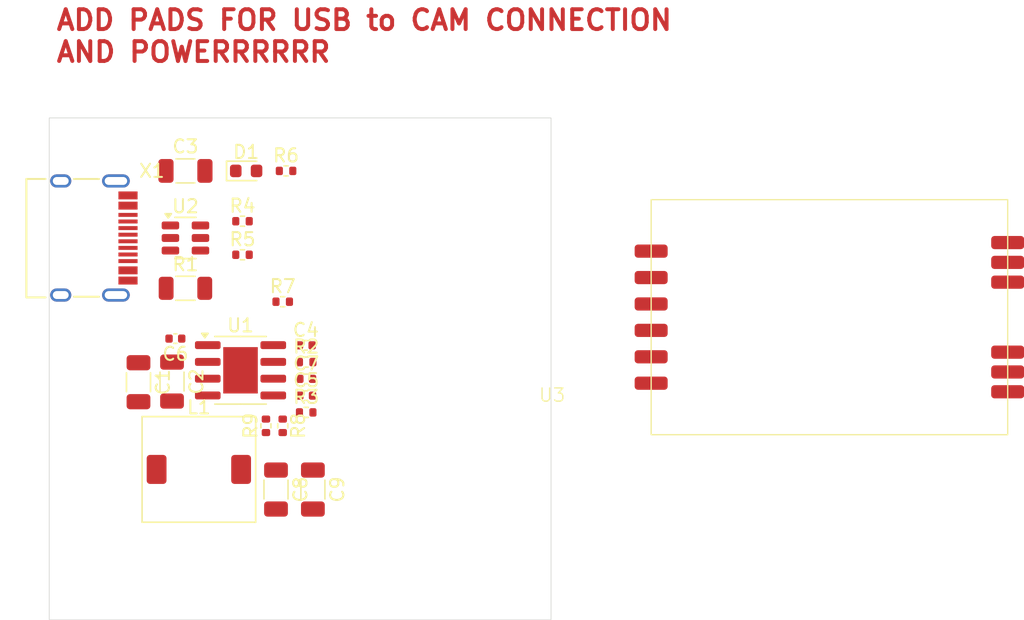
<source format=kicad_pcb>
(kicad_pcb (version 20240108) (generator "pcbnew") (generator_version "8.0")
  (layers (0 "F.Cu" signal) (31 "B.Cu" signal) (34 "B.Paste" user) (35 "F.Paste" user) (36 "B.SilkS" user "B.Silkscreen") (37 "F.SilkS" user "F.Silkscreen") (38 "B.Mask" user) (39 "F.Mask" user) (44 "Edge.Cuts" user))
  (net 0 "")
  (net 1 "GND")
  (net 2 "VBUS")
  (net 3 "Net-(C3-Pad1)")
  (net 4 "Net-(U1-SS)")
  (net 5 "Net-(U1-COMP)")
  (net 6 "Net-(C5-Pad2)")
  (net 7 "Net-(U1-BS)")
  (net 8 "3V3")
  (net 9 "Net-(D1-A)")
  (net 10 "Net-(U1-EN)")
  (net 11 "Net-(R4-Pad1)")
  (net 12 "Net-(U3-DP)")
  (net 13 "Net-(R5-Pad1)")
  (net 14 "Net-(U3-DN)")
  (net 15 "Net-(U3-LED)")
  (net 16 "Net-(U3-PDN)")
  (net 17 "Net-(U1-FB)")
  (net 18 "Net-(X1-DN1)")
  (net 19 "Net-(X1-DP1)")
  (net 27 "Net-(U1-SW)")
  (footprint "Capacitor_SMD:C_0402_1005Metric" (layer "F.Cu") (at 60.198 43.18 180)
    (property "Reference" "C6" (at 0 -1.16 360) (layer "F.SilkS"))
    (property "Value" "10n")
    (fp_line (start -0.107836 0.36) (end 0.107836 0.36) (stroke (width 0.12)) (layer "F.SilkS"))
    (fp_line (start -0.107836 -0.36) (end 0.107836 -0.36) (stroke (width 0.12)) (layer "F.SilkS"))
    (pad "1" smd roundrect (at -0.48 0 180) (size 0.56 0.62) (layers "F.Cu" "F.Paste" "F.Mask") (net 7 "Net-(U1-BS)"))
    (pad "2" smd roundrect (at 0.48 0 180) (size 0.56 0.62) (layers "F.Cu" "F.Paste" "F.Mask") (net 27 "Net-(U1-SW)"))
  )
  (footprint "Package_SO:SOIC-8-1EP_3.9x4.9mm_P1.27mm_EP2.62x3.51mm" (layer "F.Cu") (at 65.131 45.579)
    (property "Reference" "U1" (at 0 -3.4 360) (layer "F.SilkS"))
    (property "Value" "MP2307DN")
    (fp_line (start 0 -2.56) (end -1.95 -2.56) (stroke (width 0.12)) (layer "F.SilkS"))
    (fp_line (start 0 -2.56) (end 1.95 -2.56) (stroke (width 0.12)) (layer "F.SilkS"))
    (fp_line (start 0 2.56) (end -1.95 2.56) (stroke (width 0.12)) (layer "F.SilkS"))
    (fp_line (start 0 2.56) (end 1.95 2.56) (stroke (width 0.12)) (layer "F.SilkS"))
    (fp_poly (pts (xy -2.7 -2.465) (xy -2.94 -2.795) (xy -2.46 -2.795) (xy -2.7 -2.465)) (stroke (width 0.12)) (fill solid) (layer "F.SilkS"))
    (pad "1" smd roundrect (at -2.48 -1.905) (size 1.94 0.6) (layers "F.Cu" "F.Paste" "F.Mask") (net 7 "Net-(U1-BS)"))
    (pad "2" smd roundrect (at -2.48 -0.635) (size 1.94 0.6) (layers "F.Cu" "F.Paste" "F.Mask") (net 2 "VBUS"))
    (pad "3" smd roundrect (at -2.48 0.635) (size 1.94 0.6) (layers "F.Cu" "F.Paste" "F.Mask") (net 27 "Net-(U1-SW)"))
    (pad "4" smd roundrect (at -2.48 1.905) (size 1.94 0.6) (layers "F.Cu" "F.Paste" "F.Mask") (net 1 "GND"))
    (pad "5" smd roundrect (at 2.48 1.905) (size 1.94 0.6) (layers "F.Cu" "F.Paste" "F.Mask") (net 17 "Net-(U1-FB)"))
    (pad "6" smd roundrect (at 2.48 0.635) (size 1.94 0.6) (layers "F.Cu" "F.Paste" "F.Mask") (net 5 "Net-(U1-COMP)"))
    (pad "7" smd roundrect (at 2.48 -0.635) (size 1.94 0.6) (layers "F.Cu" "F.Paste" "F.Mask") (net 10 "Net-(U1-EN)"))
    (pad "8" smd roundrect (at 2.48 -1.905) (size 1.94 0.6) (layers "F.Cu" "F.Paste" "F.Mask") (net 4 "Net-(U1-SS)"))
    (pad "9" smd rect (at 0 0) (size 2.62 3.51) (property pad_prop_heatsink) (layers "F.Cu" "F.Mask"))
  )
  (footprint "Capacitor_SMD:C_0402_1005Metric" (layer "F.Cu") (at 70.076 43.688)
    (property "Reference" "C4" (at 0 -1.16 360) (layer "F.SilkS"))
    (property "Value" "0.1u")
    (fp_line (start -0.107836 -0.36) (end 0.107836 -0.36) (stroke (width 0.12)) (layer "F.SilkS"))
    (fp_line (start -0.107836 0.36) (end 0.107836 0.36) (stroke (width 0.12)) (layer "F.SilkS"))
    (pad "1" smd roundrect (at -0.48 0) (size 0.56 0.62) (layers "F.Cu" "F.Paste" "F.Mask") (net 4 "Net-(U1-SS)"))
    (pad "2" smd roundrect (at 0.48 0) (size 0.56 0.62) (layers "F.Cu" "F.Paste" "F.Mask") (net 1 "GND"))
  )
  (footprint "Resistor_SMD:R_0402_1005Metric" (layer "F.Cu") (at 65.28 34.29)
    (property "Reference" "R4" (at 0 -1.17 0) (layer "F.SilkS"))
    (property "Value" "22R")
    (fp_line (start -0.153641 -0.38) (end 0.153641 -0.38) (stroke (width 0.12)) (layer "F.SilkS"))
    (fp_line (start -0.153641 0.38) (end 0.153641 0.38) (stroke (width 0.12)) (layer "F.SilkS"))
    (pad "1" smd roundrect (at -0.51 0) (size 0.54 0.64) (layers "F.Cu" "F.Paste" "F.Mask") (net 11 "Net-(R4-Pad1)"))
    (pad "2" smd roundrect (at 0.51 0) (size 0.54 0.64) (layers "F.Cu" "F.Paste" "F.Mask") (net 12 "Net-(U3-DP)"))
  )
  (footprint "Resistor_SMD:R_0402_1005Metric" (layer "F.Cu") (at 65.28 36.83)
    (property "Reference" "R5" (at 0 -1.17 0) (layer "F.SilkS"))
    (property "Value" "22R")
    (fp_line (start -0.153641 -0.38) (end 0.153641 -0.38) (stroke (width 0.12)) (layer "F.SilkS"))
    (fp_line (start -0.153641 0.38) (end 0.153641 0.38) (stroke (width 0.12)) (layer "F.SilkS"))
    (pad "1" smd roundrect (at -0.51 0) (size 0.54 0.64) (layers "F.Cu" "F.Paste" "F.Mask") (net 13 "Net-(R5-Pad1)"))
    (pad "2" smd roundrect (at 0.51 0) (size 0.54 0.64) (layers "F.Cu" "F.Paste" "F.Mask") (net 14 "Net-(U3-DN)"))
  )
  (footprint "Capacitor_SMD:C_1206_3216Metric" (layer "F.Cu") (at 59.944 46.433 -90)
    (property "Reference" "C2" (at 0 -1.85 90) (layer "F.SilkS"))
    (property "Value" "10u")
    (fp_line (start -0.711252 0.91) (end 0.711252 0.91) (stroke (width 0.12)) (layer "F.SilkS"))
    (fp_line (start -0.711252 -0.91) (end 0.711252 -0.91) (stroke (width 0.12)) (layer "F.SilkS"))
    (pad "1" smd roundrect (at -1.475 0 270) (size 1.15 1.8) (layers "F.Cu" "F.Paste" "F.Mask") (roundrect_rratio 0.217391) (net 2 "VBUS"))
    (pad "2" smd roundrect (at 1.475 0 270) (size 1.15 1.8) (layers "F.Cu" "F.Paste" "F.Mask") (roundrect_rratio 0.217391) (net 1 "GND"))
  )
  (footprint "ULF:BL-R8812AF1" (layer "F.Cu") (at 96.228 50.456)
    (property "Reference" "U3" (at -7.5 -3 0) (layer "F.SilkS") (effects (font (thickness 0.1))))
    (property "Value" "BL-R8812AF1")
    (fp_rect (start 0 -17.8) (end 27 0) (stroke (width 0.1)) (fill none) (layer "F.SilkS"))
    (pad "1" smd roundrect (at 0 -3.9) (size 2.5 1) (layers "F.Cu" "F.Paste" "F.Mask") (net 16 "Net-(U3-PDN)"))
    (pad "2" smd roundrect (at 0 -5.9) (size 2.5 1) (layers "F.Cu" "F.Paste" "F.Mask") (net 8 "3V3"))
    (pad "3" smd roundrect (at 0 -7.9) (size 2.5 1) (layers "F.Cu" "F.Paste" "F.Mask") (net 14 "Net-(U3-DN)"))
    (pad "4" smd roundrect (at 0 -9.9) (size 2.5 1) (layers "F.Cu" "F.Paste" "F.Mask") (net 12 "Net-(U3-DP)"))
    (pad "5" smd roundrect (at 0 -11.9) (size 2.5 1) (layers "F.Cu" "F.Paste" "F.Mask") (net 1 "GND"))
    (pad "6" smd roundrect (at 0 -13.9) (size 2.5 1) (layers "F.Cu" "F.Paste" "F.Mask") (net 15 "Net-(U3-LED)"))
    (pad "7" smd roundrect (at 27 -14.55) (size 2.5 1) (layers "F.Cu" "F.Paste" "F.Mask") (net 1 "GND"))
    (pad "8" smd roundrect (at 27 -13.05) (size 2.5 1) (layers "F.Cu" "F.Paste" "F.Mask"))
    (pad "9" smd roundrect (at 27 -11.55) (size 2.5 1) (layers "F.Cu" "F.Paste" "F.Mask") (net 1 "GND"))
    (pad "10" smd roundrect (at 27 -6.25) (size 2.5 1) (layers "F.Cu" "F.Paste" "F.Mask") (net 1 "GND"))
    (pad "11" smd roundrect (at 27 -4.75) (size 2.5 1) (layers "F.Cu" "F.Paste" "F.Mask"))
    (pad "12" smd roundrect (at 27 -3.25) (size 2.5 1) (layers "F.Cu" "F.Paste" "F.Mask") (net 1 "GND"))
  )
  (footprint "Capacitor_SMD:C_0402_1005Metric" (layer "F.Cu") (at 70.104 47.498)
    (property "Reference" "C5" (at 0 -1.16 360) (layer "F.SilkS"))
    (property "Value" "3.9n")
    (fp_line (start -0.107836 -0.36) (end 0.107836 -0.36) (stroke (width 0.12)) (layer "F.SilkS"))
    (fp_line (start -0.107836 0.36) (end 0.107836 0.36) (stroke (width 0.12)) (layer "F.SilkS"))
    (pad "1" smd roundrect (at -0.48 0) (size 0.56 0.62) (layers "F.Cu" "F.Paste" "F.Mask") (net 5 "Net-(U1-COMP)"))
    (pad "2" smd roundrect (at 0.48 0) (size 0.56 0.62) (layers "F.Cu" "F.Paste" "F.Mask") (net 6 "Net-(C5-Pad2)"))
  )
  (footprint "Resistor_SMD:R_0402_1005Metric" (layer "F.Cu") (at 70.104 44.958)
    (property "Reference" "R2" (at 0 -1.17 360) (layer "F.SilkS"))
    (property "Value" "100k")
    (fp_line (start -0.153641 -0.38) (end 0.153641 -0.38) (stroke (width 0.12)) (layer "F.SilkS"))
    (fp_line (start -0.153641 0.38) (end 0.153641 0.38) (stroke (width 0.12)) (layer "F.SilkS"))
    (pad "1" smd roundrect (at -0.51 0) (size 0.54 0.64) (layers "F.Cu" "F.Paste" "F.Mask") (net 10 "Net-(U1-EN)"))
    (pad "2" smd roundrect (at 0.51 0) (size 0.54 0.64) (layers "F.Cu" "F.Paste" "F.Mask") (net 2 "VBUS"))
  )
  (footprint "Resistor_SMD:R_1206_3216Metric" (layer "F.Cu") (at 60.96 39.37)
    (property "Reference" "R1" (at 0 -1.82 0) (layer "F.SilkS"))
    (property "Value" "1M")
    (fp_line (start -0.727064 -0.91) (end 0.727064 -0.91) (stroke (width 0.12)) (layer "F.SilkS"))
    (fp_line (start -0.727064 0.91) (end 0.727064 0.91) (stroke (width 0.12)) (layer "F.SilkS"))
    (pad "1" smd roundrect (at -1.4625 0) (size 1.125 1.75) (layers "F.Cu" "F.Paste" "F.Mask") (roundrect_rratio 0.222222) (net 3 "Net-(C3-Pad1)"))
    (pad "2" smd roundrect (at 1.4625 0) (size 1.125 1.75) (layers "F.Cu" "F.Paste" "F.Mask") (roundrect_rratio 0.222222) (net 1 "GND"))
  )
  (footprint "Resistor_SMD:R_0402_1005Metric" (layer "F.Cu") (at 68.326 40.386)
    (property "Reference" "R7" (at 0 -1.17 0) (layer "F.SilkS"))
    (property "Value" "DNP")
    (fp_line (start -0.153641 -0.38) (end 0.153641 -0.38) (stroke (width 0.12)) (layer "F.SilkS"))
    (fp_line (start -0.153641 0.38) (end 0.153641 0.38) (stroke (width 0.12)) (layer "F.SilkS"))
    (pad "1" smd roundrect (at -0.51 0) (size 0.54 0.64) (layers "F.Cu" "F.Paste" "F.Mask") (net 1 "GND"))
    (pad "2" smd roundrect (at 0.51 0) (size 0.54 0.64) (layers "F.Cu" "F.Paste" "F.Mask") (net 16 "Net-(U3-PDN)"))
  )
  (footprint "Resistor_SMD:R_0402_1005Metric" (layer "F.Cu") (at 68.58 30.48)
    (property "Reference" "R6" (at 0 -1.17 0) (layer "F.SilkS"))
    (property "Value" "DNP")
    (fp_line (start -0.153641 -0.38) (end 0.153641 -0.38) (stroke (width 0.12)) (layer "F.SilkS"))
    (fp_line (start -0.153641 0.38) (end 0.153641 0.38) (stroke (width 0.12)) (layer "F.SilkS"))
    (pad "1" smd roundrect (at -0.51 0) (size 0.54 0.64) (layers "F.Cu" "F.Paste" "F.Mask") (net 9 "Net-(D1-A)"))
    (pad "2" smd roundrect (at 0.51 0) (size 0.54 0.64) (layers "F.Cu" "F.Paste" "F.Mask") (net 15 "Net-(U3-LED)"))
  )
  (footprint "PCM_Inductor_SMD_AKL:L_7.3x7.3_H4.5" (layer "F.Cu") (at 61.976 53.086)
    (property "Reference" "L1" (at 0 -4.7 360) (layer "F.SilkS"))
    (property "Value" "2uH" (hide yes))
    (fp_line (start -4.3 -4) (end 4.3 -4) (stroke (width 0.12)) (layer "F.SilkS"))
    (fp_line (start -4.3 4) (end -4.3 -4) (stroke (width 0.12)) (layer "F.SilkS"))
    (fp_line (start 4.3 -4) (end 4.3 4) (stroke (width 0.12)) (layer "F.SilkS"))
    (fp_line (start 4.3 4) (end -4.3 4) (stroke (width 0.12)) (layer "F.SilkS"))
    (pad "1" smd roundrect (at -3.2 0) (size 1.5 2.2) (layers "F.Cu" "F.Paste" "F.Mask") (roundrect_rratio 0.1666666667) (net 27 "Net-(U1-SW)"))
    (pad "2" smd roundrect (at 3.2 0) (size 1.5 2.2) (layers "F.Cu" "F.Paste" "F.Mask") (roundrect_rratio 0.1666666667) (net 8 "3V3"))
  )
  (footprint "Capacitor_SMD:C_1206_3216Metric" (layer "F.Cu") (at 57.404 46.482 -90)
    (property "Reference" "C1" (at 0 -1.85 90) (layer "F.SilkS"))
    (property "Value" "10u")
    (fp_line (start -0.711252 0.91) (end 0.711252 0.91) (stroke (width 0.12)) (layer "F.SilkS"))
    (fp_line (start -0.711252 -0.91) (end 0.711252 -0.91) (stroke (width 0.12)) (layer "F.SilkS"))
    (pad "1" smd roundrect (at -1.475 0 270) (size 1.15 1.8) (layers "F.Cu" "F.Paste" "F.Mask") (roundrect_rratio 0.217391) (net 2 "VBUS"))
    (pad "2" smd roundrect (at 1.475 0 270) (size 1.15 1.8) (layers "F.Cu" "F.Paste" "F.Mask") (roundrect_rratio 0.217391) (net 1 "GND"))
  )
  (footprint "Capacitor_SMD:C_1206_3216Metric" (layer "F.Cu") (at 60.96 30.48)
    (property "Reference" "C3" (at 0 -1.85 0) (layer "F.SilkS"))
    (property "Value" "2.2n")
    (fp_line (start -0.711252 -0.91) (end 0.711252 -0.91) (stroke (width 0.12)) (layer "F.SilkS"))
    (fp_line (start -0.711252 0.91) (end 0.711252 0.91) (stroke (width 0.12)) (layer "F.SilkS"))
    (pad "1" smd roundrect (at -1.475 0) (size 1.15 1.8) (layers "F.Cu" "F.Paste" "F.Mask") (roundrect_rratio 0.217391) (net 3 "Net-(C3-Pad1)"))
    (pad "2" smd roundrect (at 1.475 0) (size 1.15 1.8) (layers "F.Cu" "F.Paste" "F.Mask") (roundrect_rratio 0.217391) (net 1 "GND"))
  )
  (footprint "ULF:HRO-TYPE-C-31-M-12" (layer "F.Cu") (at 48.915 35.56 -90)
    (property "Reference" "X1" (at -5.08 -9.505 180) (layer "F.SilkS"))
    (property "Value" "TYPE-C-31-M-12")
    (fp_line (start -4.47 0) (end 4.47 0) (stroke (width 0.15)) (layer "F.SilkS"))
    (fp_line (start -4.47 0) (end -4.47 -1.45) (stroke (width 0.15)) (layer "F.SilkS"))
    (fp_line (start 4.5 0) (end 4.5 -1.45) (stroke (width 0.15)) (layer "F.SilkS"))
    (fp_line (start -4.47 -3.6) (end -4.47 -5.5) (stroke (width 0.15)) (layer "F.SilkS"))
    (fp_line (start 4.45 -3.6) (end 4.45 -5.5) (stroke (width 0.15)) (layer "F.SilkS"))
    (pad "" np_thru_hole circle (at -2.89 -6.25 270) (size 0.65 0.65) (drill 0.65) (layers "*.Cu" "*.Mask"))
    (pad "" np_thru_hole circle (at 2.89 -6.25 270) (size 0.65 0.65) (drill 0.65) (layers "*.Cu" "*.Mask"))
    (pad "A1B12" smd rect (at -3.225 -7.695 270) (size 0.6 1.45) (layers "F.Cu" "F.Paste" "F.Mask") (net 1 "GND"))
    (pad "A4B9" smd rect (at -2.45 -7.695 270) (size 0.6 1.45) (layers "F.Cu" "F.Paste" "F.Mask") (net 2 "VBUS"))
    (pad "A5" smd rect (at -1.25 -7.695 270) (size 0.3 1.45) (layers "F.Cu" "F.Paste" "F.Mask"))
    (pad "A6" smd rect (at -0.25 -7.695 270) (size 0.3 1.45) (layers "F.Cu" "F.Paste" "F.Mask") (net 19 "Net-(X1-DP1)"))
    (pad "A7" smd rect (at 0.25 -7.695 270) (size 0.3 1.45) (layers "F.Cu" "F.Paste" "F.Mask") (net 18 "Net-(X1-DN1)"))
    (pad "A8" smd rect (at 1.25 -7.695 270) (size 0.3 1.45) (layers "F.Cu" "F.Paste" "F.Mask"))
    (pad "B1A12" smd rect (at 3.225 -7.695 270) (size 0.6 1.45) (layers "F.Cu" "F.Paste" "F.Mask") (net 1 "GND"))
    (pad "B4A9" smd rect (at 2.45 -7.695 270) (size 0.6 1.45) (layers "F.Cu" "F.Paste" "F.Mask") (net 2 "VBUS"))
    (pad "B5" smd rect (at 1.75 -7.695 270) (size 0.3 1.45) (layers "F.Cu" "F.Paste" "F.Mask"))
    (pad "B6" smd rect (at 0.75 -7.695 270) (size 0.3 1.45) (layers "F.Cu" "F.Paste" "F.Mask") (net 19 "Net-(X1-DP1)"))
    (pad "B7" smd rect (at -0.75 -7.695 270) (size 0.3 1.45) (layers "F.Cu" "F.Paste" "F.Mask") (net 18 "Net-(X1-DN1)"))
    (pad "B8" smd rect (at -1.75 -7.695 270) (size 0.3 1.45) (layers "F.Cu" "F.Paste" "F.Mask"))
    (pad "SHIELD" thru_hole oval (at -4.32 -6.78 270) (size 1 2.1) (drill oval 0.6 1.7) (layers "*.Cu" "B.Mask") (net 3 "Net-(C3-Pad1)"))
    (pad "SHIELD" thru_hole oval (at -4.32 -2.6 270) (size 1 1.6) (drill oval 0.6 1.2) (layers "*.Cu" "B.Mask") (net 3 "Net-(C3-Pad1)"))
    (pad "SHIELD" thru_hole oval (at 4.32 -6.78 270) (size 1 2.1) (drill oval 0.6 1.7) (layers "*.Cu" "B.Mask") (net 3 "Net-(C3-Pad1)"))
    (pad "SHIELD" thru_hole oval (at 4.32 -2.6 270) (size 1 1.6) (drill oval 0.6 1.2) (layers "*.Cu" "B.Mask") (net 3 "Net-(C3-Pad1)"))
  )
  (footprint "LED_SMD:LED_0603_1608Metric" (layer "F.Cu") (at 65.5575 30.48)
    (property "Reference" "D1" (at 0 -1.43 0) (layer "F.SilkS"))
    (property "Value" "DNP")
    (fp_line (start -1.485 -0.735) (end -1.485 0.735) (stroke (width 0.12)) (layer "F.SilkS"))
    (fp_line (start -1.485 0.735) (end 0.8 0.735) (stroke (width 0.12)) (layer "F.SilkS"))
    (fp_line (start 0.8 -0.735) (end -1.485 -0.735) (stroke (width 0.12)) (layer "F.SilkS"))
    (pad "1" smd roundrect (at -0.7875 0) (size 0.875 0.95) (layers "F.Cu" "F.Paste" "F.Mask") (net 1 "GND"))
    (pad "2" smd roundrect (at 0.7875 0) (size 0.875 0.95) (layers "F.Cu" "F.Paste" "F.Mask") (net 9 "Net-(D1-A)"))
  )
  (footprint "Resistor_SMD:R_0402_1005Metric" (layer "F.Cu") (at 67.056 49.784 90)
    (property "Reference" "R9" (at 0 -1.17 90) (layer "F.SilkS"))
    (property "Value" "10k")
    (fp_line (start -0.153641 -0.38) (end 0.153641 -0.38) (stroke (width 0.12)) (layer "F.SilkS"))
    (fp_line (start -0.153641 0.38) (end 0.153641 0.38) (stroke (width 0.12)) (layer "F.SilkS"))
    (pad "1" smd roundrect (at -0.51 0 90) (size 0.54 0.64) (layers "F.Cu" "F.Paste" "F.Mask") (net 1 "GND"))
    (pad "2" smd roundrect (at 0.51 0 90) (size 0.54 0.64) (layers "F.Cu" "F.Paste" "F.Mask") (net 17 "Net-(U1-FB)"))
  )
  (footprint "Resistor_SMD:R_0402_1005Metric" (layer "F.Cu") (at 70.104 48.768)
    (property "Reference" "R3" (at 0 -1.17 360) (layer "F.SilkS"))
    (property "Value" "6k8")
    (fp_line (start -0.153641 -0.38) (end 0.153641 -0.38) (stroke (width 0.12)) (layer "F.SilkS"))
    (fp_line (start -0.153641 0.38) (end 0.153641 0.38) (stroke (width 0.12)) (layer "F.SilkS"))
    (pad "1" smd roundrect (at -0.51 0) (size 0.54 0.64) (layers "F.Cu" "F.Paste" "F.Mask") (net 1 "GND"))
    (pad "2" smd roundrect (at 0.51 0) (size 0.54 0.64) (layers "F.Cu" "F.Paste" "F.Mask") (net 6 "Net-(C5-Pad2)"))
  )
  (footprint "Capacitor_SMD:C_1206_3216Metric" (layer "F.Cu") (at 67.818 54.61 -90)
    (property "Reference" "C8" (at 0 -1.85 90) (layer "F.SilkS"))
    (property "Value" "22u")
    (fp_line (start -0.711252 0.91) (end 0.711252 0.91) (stroke (width 0.12)) (layer "F.SilkS"))
    (fp_line (start -0.711252 -0.91) (end 0.711252 -0.91) (stroke (width 0.12)) (layer "F.SilkS"))
    (pad "1" smd roundrect (at -1.475 0 270) (size 1.15 1.8) (layers "F.Cu" "F.Paste" "F.Mask") (roundrect_rratio 0.217391) (net 8 "3V3"))
    (pad "2" smd roundrect (at 1.475 0 270) (size 1.15 1.8) (layers "F.Cu" "F.Paste" "F.Mask") (roundrect_rratio 0.217391) (net 1 "GND"))
  )
  (footprint "Capacitor_SMD:C_0402_1005Metric" (layer "F.Cu") (at 70.104 46.228)
    (property "Reference" "C7" (at 0 -1.16 360) (layer "F.SilkS"))
    (property "Value" "DNP")
    (fp_line (start -0.107836 -0.36) (end 0.107836 -0.36) (stroke (width 0.12)) (layer "F.SilkS"))
    (fp_line (start -0.107836 0.36) (end 0.107836 0.36) (stroke (width 0.12)) (layer "F.SilkS"))
    (pad "1" smd roundrect (at -0.48 0) (size 0.56 0.62) (layers "F.Cu" "F.Paste" "F.Mask") (net 5 "Net-(U1-COMP)"))
    (pad "2" smd roundrect (at 0.48 0) (size 0.56 0.62) (layers "F.Cu" "F.Paste" "F.Mask") (net 1 "GND"))
  )
  (footprint "Capacitor_SMD:C_1206_3216Metric" (layer "F.Cu") (at 70.612 54.61 -90)
    (property "Reference" "C9" (at 0 -1.85 90) (layer "F.SilkS"))
    (property "Value" "22u")
    (fp_line (start -0.711252 0.91) (end 0.711252 0.91) (stroke (width 0.12)) (layer "F.SilkS"))
    (fp_line (start -0.711252 -0.91) (end 0.711252 -0.91) (stroke (width 0.12)) (layer "F.SilkS"))
    (pad "1" smd roundrect (at -1.475 0 270) (size 1.15 1.8) (layers "F.Cu" "F.Paste" "F.Mask") (roundrect_rratio 0.217391) (net 8 "3V3"))
    (pad "2" smd roundrect (at 1.475 0 270) (size 1.15 1.8) (layers "F.Cu" "F.Paste" "F.Mask") (roundrect_rratio 0.217391) (net 1 "GND"))
  )
  (footprint "Package_TO_SOT_SMD:SOT-23-6" (layer "F.Cu") (at 60.96 35.56)
    (property "Reference" "U2" (at 0 -2.4 360) (layer "F.SilkS"))
    (property "Value" "USBLC6-2SC6")
    (fp_line (start 0 -1.56) (end -0.8 -1.56) (stroke (width 0.12)) (layer "F.SilkS"))
    (fp_line (start 0 -1.56) (end 0.8 -1.56) (stroke (width 0.12)) (layer "F.SilkS"))
    (fp_line (start 0 1.56) (end -0.8 1.56) (stroke (width 0.12)) (layer "F.SilkS"))
    (fp_line (start 0 1.56) (end 0.8 1.56) (stroke (width 0.12)) (layer "F.SilkS"))
    (fp_poly (pts (xy -1.3 -1.51) (xy -1.54 -1.84) (xy -1.06 -1.84) (xy -1.3 -1.51)) (stroke (width 0.12)) (fill solid) (layer "F.SilkS"))
    (pad "1" smd roundrect (at -1.1375 -0.95) (size 1.325 0.6) (layers "F.Cu" "F.Paste" "F.Mask") (net 19 "Net-(X1-DP1)"))
    (pad "2" smd roundrect (at -1.1375 0) (size 1.325 0.6) (layers "F.Cu" "F.Paste" "F.Mask") (net 1 "GND"))
    (pad "3" smd roundrect (at -1.1375 0.95) (size 1.325 0.6) (layers "F.Cu" "F.Paste" "F.Mask") (net 18 "Net-(X1-DN1)"))
    (pad "4" smd roundrect (at 1.1375 0.95) (size 1.325 0.6) (layers "F.Cu" "F.Paste" "F.Mask") (net 13 "Net-(R5-Pad1)"))
    (pad "5" smd roundrect (at 1.1375 0) (size 1.325 0.6) (layers "F.Cu" "F.Paste" "F.Mask") (net 2 "VBUS"))
    (pad "6" smd roundrect (at 1.1375 -0.95) (size 1.325 0.6) (layers "F.Cu" "F.Paste" "F.Mask") (net 11 "Net-(R4-Pad1)"))
  )
  (footprint "Resistor_SMD:R_0402_1005Metric" (layer "F.Cu") (at 68.326 49.784 -90)
    (property "Reference" "R8" (at 0 -1.17 90) (layer "F.SilkS"))
    (property "Value" "26k1")
    (fp_line (start -0.153641 0.38) (end 0.153641 0.38) (stroke (width 0.12)) (layer "F.SilkS"))
    (fp_line (start -0.153641 -0.38) (end 0.153641 -0.38) (stroke (width 0.12)) (layer "F.SilkS"))
    (pad "1" smd roundrect (at -0.51 0 270) (size 0.54 0.64) (layers "F.Cu" "F.Paste" "F.Mask") (net 17 "Net-(U1-FB)"))
    (pad "2" smd roundrect (at 0.51 0 270) (size 0.54 0.64) (layers "F.Cu" "F.Paste" "F.Mask") (net 8 "3V3"))
  )
  (gr_rect (start 50.646 26.466) (end 88.646 64.466) (stroke (width 0.05)) (fill none) (layer "Edge.Cuts"))
  (gr_text "ADD PADS FOR USB to CAM CONNECTION\nAND POWERRRRRR\n" (at 51.054 22.352 0) (layer "F.Cu") (effects (font (size 1.5 1.5) (thickness 0.3) (bold yes)) (justify left bottom)))
)
</source>
